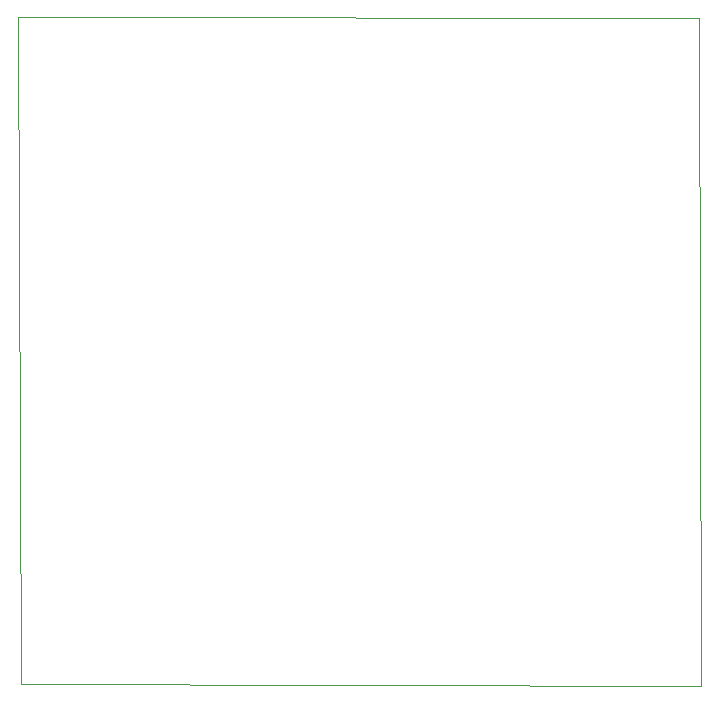
<source format=gbr>
G04 #@! TF.GenerationSoftware,KiCad,Pcbnew,5.1.5+dfsg1-2*
G04 #@! TF.CreationDate,2020-01-23T00:33:11+02:00*
G04 #@! TF.ProjectId,nrf52-mesh,6e726635-322d-46d6-9573-682e6b696361,rev?*
G04 #@! TF.SameCoordinates,Original*
G04 #@! TF.FileFunction,Profile,NP*
%FSLAX46Y46*%
G04 Gerber Fmt 4.6, Leading zero omitted, Abs format (unit mm)*
G04 Created by KiCad (PCBNEW 5.1.5+dfsg1-2) date 2020-01-23 00:33:11*
%MOMM*%
%LPD*%
G04 APERTURE LIST*
%ADD10C,0.100000*%
G04 APERTURE END LIST*
D10*
X181720000Y-52120000D02*
X239400000Y-52180000D01*
X182010000Y-108560000D02*
X181720000Y-52120000D01*
X239590000Y-108730000D02*
X182010000Y-108560000D01*
X239400000Y-52180000D02*
X239590000Y-108730000D01*
M02*

</source>
